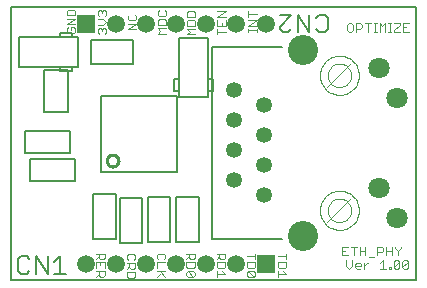
<source format=gbr>
G75*
G70*
%OFA0B0*%
%FSLAX24Y24*%
%IPPOS*%
%LPD*%
%AMOC8*
5,1,8,0,0,1.08239X$1,22.5*
%
%ADD10C,0.0059*%
%ADD11C,0.0080*%
%ADD12C,0.0040*%
%ADD13C,0.0050*%
%ADD14R,0.0591X0.0591*%
%ADD15C,0.0591*%
%ADD16C,0.0531*%
%ADD17C,0.0010*%
%ADD18C,0.0000*%
%ADD19C,0.0709*%
%ADD20C,0.1004*%
%ADD21C,0.0100*%
D10*
X000847Y001915D02*
X000847Y011015D01*
X014347Y011015D01*
X014347Y001915D01*
X000847Y001915D01*
X003583Y003300D02*
X003583Y004800D01*
X004333Y004800D01*
X004333Y003300D01*
X003583Y003300D01*
X004472Y003152D02*
X004472Y004652D01*
X005222Y004652D01*
X005222Y003152D01*
X004472Y003152D01*
X005409Y003177D02*
X005409Y004677D01*
X006159Y004677D01*
X006159Y003177D01*
X005409Y003177D01*
X006347Y003177D02*
X007097Y003177D01*
X007097Y004677D01*
X006347Y004677D01*
X006347Y003177D01*
X002972Y005215D02*
X002972Y005965D01*
X001472Y005965D01*
X001472Y005215D01*
X002972Y005215D01*
X002820Y006152D02*
X002820Y006902D01*
X001320Y006902D01*
X001320Y006152D01*
X002820Y006152D01*
X002749Y007520D02*
X001949Y007520D01*
X001949Y008920D01*
X002749Y008920D01*
X002749Y007520D01*
X003514Y009116D02*
X004914Y009116D01*
X004914Y009916D01*
X003514Y009916D01*
X003514Y009116D01*
D11*
X003858Y008048D02*
X003858Y005528D01*
X006378Y005528D01*
X006378Y008048D01*
X003858Y008048D01*
X007542Y009695D02*
X009892Y009695D01*
X009896Y010178D02*
X010090Y010178D01*
X010187Y010275D01*
X010407Y010178D02*
X010407Y010759D01*
X010794Y010178D01*
X010794Y010759D01*
X011015Y010662D02*
X011112Y010759D01*
X011305Y010759D01*
X011402Y010662D01*
X011402Y010275D01*
X011305Y010178D01*
X011112Y010178D01*
X011015Y010275D01*
X010187Y010759D02*
X009800Y010372D01*
X009800Y010275D01*
X009896Y010178D01*
X009800Y010759D02*
X010187Y010759D01*
X007542Y009695D02*
X007542Y003295D01*
X009892Y003295D01*
X002676Y002128D02*
X002289Y002128D01*
X002483Y002128D02*
X002483Y002708D01*
X002289Y002515D01*
X002068Y002708D02*
X002068Y002128D01*
X001681Y002708D01*
X001681Y002128D01*
X001461Y002225D02*
X001364Y002128D01*
X001170Y002128D01*
X001074Y002225D01*
X001074Y002612D01*
X001170Y002708D01*
X001364Y002708D01*
X001461Y002612D01*
D12*
X003686Y002619D02*
X003780Y002713D01*
X003780Y002666D02*
X003780Y002806D01*
X003686Y002806D02*
X003967Y002806D01*
X003967Y002666D01*
X003920Y002619D01*
X003827Y002619D01*
X003780Y002666D01*
X003827Y002512D02*
X003827Y002418D01*
X003967Y002325D02*
X003967Y002512D01*
X003686Y002512D01*
X003686Y002325D01*
X003686Y002217D02*
X003967Y002217D01*
X003967Y002077D01*
X003920Y002030D01*
X003827Y002030D01*
X003780Y002077D01*
X003780Y002217D01*
X003780Y002124D02*
X003686Y002030D01*
X004695Y002052D02*
X004742Y002005D01*
X004929Y002005D01*
X004976Y002052D01*
X004976Y002192D01*
X004695Y002192D01*
X004695Y002052D01*
X004695Y002300D02*
X004789Y002394D01*
X004789Y002347D02*
X004789Y002487D01*
X004695Y002487D02*
X004976Y002487D01*
X004976Y002347D01*
X004929Y002300D01*
X004835Y002300D01*
X004789Y002347D01*
X004742Y002595D02*
X004695Y002641D01*
X004695Y002735D01*
X004742Y002782D01*
X004929Y002782D01*
X004976Y002735D01*
X004976Y002641D01*
X004929Y002595D01*
X005704Y002666D02*
X005751Y002619D01*
X005704Y002666D02*
X005704Y002759D01*
X005751Y002806D01*
X005938Y002806D01*
X005984Y002759D01*
X005984Y002666D01*
X005938Y002619D01*
X005984Y002512D02*
X005704Y002512D01*
X005704Y002325D01*
X005704Y002217D02*
X005984Y002217D01*
X005844Y002170D02*
X005704Y002030D01*
X005798Y002217D02*
X005984Y002030D01*
X006688Y002077D02*
X006735Y002030D01*
X006922Y002030D01*
X006735Y002217D01*
X006688Y002170D01*
X006688Y002077D01*
X006735Y002217D02*
X006922Y002217D01*
X006969Y002170D01*
X006969Y002077D01*
X006922Y002030D01*
X006922Y002325D02*
X006735Y002325D01*
X006688Y002371D01*
X006688Y002512D01*
X006969Y002512D01*
X006969Y002371D01*
X006922Y002325D01*
X006922Y002619D02*
X006829Y002619D01*
X006782Y002666D01*
X006782Y002806D01*
X006782Y002713D02*
X006688Y002619D01*
X006688Y002806D02*
X006969Y002806D01*
X006969Y002666D01*
X006922Y002619D01*
X007697Y002619D02*
X007791Y002713D01*
X007791Y002666D02*
X007791Y002806D01*
X007697Y002806D02*
X007978Y002806D01*
X007978Y002666D01*
X007931Y002619D01*
X007837Y002619D01*
X007791Y002666D01*
X007697Y002512D02*
X007697Y002371D01*
X007744Y002325D01*
X007931Y002325D01*
X007978Y002371D01*
X007978Y002512D01*
X007697Y002512D01*
X007697Y002217D02*
X007697Y002030D01*
X007697Y002124D02*
X007978Y002124D01*
X007884Y002217D01*
X008706Y002170D02*
X008753Y002217D01*
X008940Y002030D01*
X008753Y002030D01*
X008706Y002077D01*
X008706Y002170D01*
X008753Y002217D02*
X008940Y002217D01*
X008986Y002170D01*
X008986Y002077D01*
X008940Y002030D01*
X008940Y002325D02*
X008753Y002325D01*
X008706Y002371D01*
X008706Y002512D01*
X008986Y002512D01*
X008986Y002371D01*
X008940Y002325D01*
X008986Y002619D02*
X008986Y002806D01*
X008986Y002713D02*
X008706Y002713D01*
X009740Y002713D02*
X010020Y002713D01*
X010020Y002806D02*
X010020Y002619D01*
X010020Y002512D02*
X010020Y002371D01*
X009973Y002325D01*
X009786Y002325D01*
X009740Y002371D01*
X009740Y002512D01*
X010020Y002512D01*
X009926Y002217D02*
X010020Y002124D01*
X009740Y002124D01*
X009740Y002217D02*
X009740Y002030D01*
X011880Y002748D02*
X012067Y002748D01*
X011974Y002888D02*
X011880Y002888D01*
X011880Y003028D02*
X011880Y002748D01*
X012028Y002585D02*
X012028Y002398D01*
X012121Y002305D01*
X012215Y002398D01*
X012215Y002585D01*
X012323Y002445D02*
X012369Y002492D01*
X012463Y002492D01*
X012509Y002445D01*
X012509Y002398D01*
X012323Y002398D01*
X012323Y002352D02*
X012323Y002445D01*
X012323Y002352D02*
X012369Y002305D01*
X012463Y002305D01*
X012617Y002305D02*
X012617Y002492D01*
X012617Y002398D02*
X012711Y002492D01*
X012757Y002492D01*
X012764Y002701D02*
X012951Y002701D01*
X013059Y002748D02*
X013059Y003028D01*
X013199Y003028D01*
X013246Y002981D01*
X013246Y002888D01*
X013199Y002841D01*
X013059Y002841D01*
X013354Y002888D02*
X013540Y002888D01*
X013540Y003028D02*
X013540Y002748D01*
X013742Y002748D02*
X013742Y002888D01*
X013835Y002981D01*
X013835Y003028D01*
X013742Y002888D02*
X013648Y002981D01*
X013648Y003028D01*
X013354Y003028D02*
X013354Y002748D01*
X013251Y002585D02*
X013157Y002492D01*
X013251Y002585D02*
X013251Y002305D01*
X013344Y002305D02*
X013157Y002305D01*
X013452Y002305D02*
X013499Y002305D01*
X013499Y002352D01*
X013452Y002352D01*
X013452Y002305D01*
X013599Y002352D02*
X013786Y002538D01*
X013786Y002352D01*
X013740Y002305D01*
X013646Y002305D01*
X013599Y002352D01*
X013599Y002538D01*
X013646Y002585D01*
X013740Y002585D01*
X013786Y002538D01*
X013894Y002538D02*
X013894Y002352D01*
X014081Y002538D01*
X014081Y002352D01*
X014034Y002305D01*
X013941Y002305D01*
X013894Y002352D01*
X013894Y002538D02*
X013941Y002585D01*
X014034Y002585D01*
X014081Y002538D01*
X012656Y002748D02*
X012656Y003028D01*
X012656Y002888D02*
X012470Y002888D01*
X012470Y002748D02*
X012470Y003028D01*
X012362Y003028D02*
X012175Y003028D01*
X012268Y003028D02*
X012268Y002748D01*
X012067Y003028D02*
X011880Y003028D01*
X012099Y010203D02*
X012193Y010203D01*
X012239Y010250D01*
X012239Y010437D01*
X012193Y010484D01*
X012099Y010484D01*
X012053Y010437D01*
X012053Y010250D01*
X012099Y010203D01*
X012347Y010203D02*
X012347Y010484D01*
X012487Y010484D01*
X012534Y010437D01*
X012534Y010344D01*
X012487Y010297D01*
X012347Y010297D01*
X012642Y010484D02*
X012829Y010484D01*
X012735Y010484D02*
X012735Y010203D01*
X012937Y010203D02*
X013030Y010203D01*
X012983Y010203D02*
X012983Y010484D01*
X012937Y010484D02*
X013030Y010484D01*
X013133Y010484D02*
X013226Y010390D01*
X013320Y010484D01*
X013320Y010203D01*
X013428Y010203D02*
X013521Y010203D01*
X013474Y010203D02*
X013474Y010484D01*
X013428Y010484D02*
X013521Y010484D01*
X013624Y010484D02*
X013811Y010484D01*
X013811Y010437D01*
X013624Y010250D01*
X013624Y010203D01*
X013811Y010203D01*
X013919Y010203D02*
X014106Y010203D01*
X013919Y010203D02*
X013919Y010484D01*
X014106Y010484D01*
X014012Y010344D02*
X013919Y010344D01*
X013133Y010203D02*
X013133Y010484D01*
X009035Y010402D02*
X008755Y010402D01*
X009035Y010588D01*
X008755Y010588D01*
X008755Y010696D02*
X008755Y010883D01*
X008755Y010790D02*
X009035Y010790D01*
X009035Y010299D02*
X009035Y010205D01*
X009035Y010252D02*
X008755Y010252D01*
X008755Y010205D02*
X008755Y010299D01*
X008002Y010200D02*
X007722Y010200D01*
X007722Y010107D02*
X007722Y010294D01*
X007722Y010402D02*
X008002Y010402D01*
X008002Y010588D01*
X008002Y010696D02*
X007722Y010696D01*
X008002Y010883D01*
X007722Y010883D01*
X007722Y010588D02*
X007722Y010402D01*
X007862Y010402D02*
X007862Y010495D01*
X006993Y010542D02*
X006993Y010402D01*
X006713Y010402D01*
X006713Y010542D01*
X006760Y010588D01*
X006946Y010588D01*
X006993Y010542D01*
X006993Y010696D02*
X006713Y010696D01*
X006713Y010836D01*
X006760Y010883D01*
X006946Y010883D01*
X006993Y010836D01*
X006993Y010696D01*
X006993Y010294D02*
X006713Y010294D01*
X006806Y010200D01*
X006713Y010107D01*
X006993Y010107D01*
X006009Y010132D02*
X005729Y010132D01*
X005822Y010225D01*
X005729Y010318D01*
X006009Y010318D01*
X006009Y010426D02*
X005729Y010426D01*
X005729Y010566D01*
X005775Y010613D01*
X005962Y010613D01*
X006009Y010566D01*
X006009Y010426D01*
X005962Y010721D02*
X005775Y010721D01*
X005729Y010768D01*
X005729Y010861D01*
X005775Y010908D01*
X005962Y010908D02*
X006009Y010861D01*
X006009Y010768D01*
X005962Y010721D01*
X005027Y010720D02*
X004980Y010766D01*
X005027Y010720D02*
X005027Y010626D01*
X004980Y010580D01*
X004793Y010580D01*
X004746Y010626D01*
X004746Y010720D01*
X004793Y010766D01*
X004746Y010472D02*
X005027Y010472D01*
X004746Y010285D01*
X005027Y010285D01*
X004016Y010272D02*
X004016Y010178D01*
X003969Y010132D01*
X003876Y010225D02*
X003876Y010272D01*
X003922Y010318D01*
X003969Y010318D01*
X004016Y010272D01*
X003876Y010272D02*
X003829Y010318D01*
X003782Y010318D01*
X003735Y010272D01*
X003735Y010178D01*
X003782Y010132D01*
X003735Y010426D02*
X003922Y010426D01*
X004016Y010520D01*
X003922Y010613D01*
X003735Y010613D01*
X003782Y010721D02*
X003735Y010768D01*
X003735Y010861D01*
X003782Y010908D01*
X003829Y010908D01*
X003876Y010861D01*
X003922Y010908D01*
X003969Y010908D01*
X004016Y010861D01*
X004016Y010768D01*
X003969Y010721D01*
X003876Y010814D02*
X003876Y010861D01*
X002982Y010885D02*
X002982Y010745D01*
X002702Y010745D01*
X002702Y010885D01*
X002749Y010931D01*
X002936Y010931D01*
X002982Y010885D01*
X002982Y010637D02*
X002702Y010637D01*
X002702Y010450D02*
X002982Y010637D01*
X002982Y010450D02*
X002702Y010450D01*
X002749Y010342D02*
X002702Y010295D01*
X002702Y010202D01*
X002749Y010155D01*
X002936Y010155D01*
X002982Y010202D01*
X002982Y010295D01*
X002936Y010342D01*
X002842Y010342D01*
X002842Y010249D01*
D13*
X002875Y010167D02*
X002482Y010167D01*
X002482Y010019D01*
X002875Y010019D01*
X002875Y010167D01*
X002875Y010019D02*
X003072Y010019D01*
X003072Y009035D01*
X002875Y009035D01*
X002875Y008887D01*
X002482Y008887D01*
X002482Y009035D01*
X001104Y009035D01*
X001104Y010019D01*
X002482Y010019D01*
X002482Y009035D02*
X002875Y009035D01*
X006294Y008622D02*
X006294Y008229D01*
X006442Y008229D01*
X006442Y008032D01*
X007426Y008032D01*
X007426Y008229D01*
X007573Y008229D01*
X007573Y008622D01*
X007426Y008622D01*
X007426Y008229D01*
X007426Y008622D02*
X007426Y010000D01*
X006442Y010000D01*
X006442Y008622D01*
X006294Y008622D01*
X006442Y008622D02*
X006442Y008229D01*
D14*
X003347Y010465D03*
X009347Y002465D03*
D15*
X008347Y002465D03*
X007347Y002465D03*
X006347Y002465D03*
X005347Y002465D03*
X004347Y002465D03*
X003347Y002465D03*
X004347Y010465D03*
X005347Y010465D03*
X006347Y010465D03*
X007347Y010465D03*
X008347Y010465D03*
X009347Y010465D03*
D16*
X008292Y008245D03*
X008292Y007245D03*
X009292Y006745D03*
X009292Y007745D03*
X008292Y006245D03*
X009292Y005745D03*
X008292Y005245D03*
X009292Y004745D03*
D17*
X011402Y004245D02*
X011404Y004284D01*
X011410Y004324D01*
X011420Y004362D01*
X011434Y004399D01*
X011451Y004434D01*
X011472Y004468D01*
X011496Y004499D01*
X011523Y004528D01*
X011553Y004553D01*
X011586Y004576D01*
X011620Y004595D01*
X011657Y004611D01*
X011694Y004623D01*
X011733Y004631D01*
X011772Y004634D01*
X011812Y004634D01*
X011851Y004631D01*
X011890Y004623D01*
X011927Y004611D01*
X011964Y004595D01*
X011998Y004576D01*
X012031Y004553D01*
X012061Y004528D01*
X012088Y004499D01*
X012112Y004468D01*
X012133Y004434D01*
X012150Y004399D01*
X012164Y004362D01*
X012174Y004324D01*
X012180Y004284D01*
X012182Y004245D01*
X012180Y004206D01*
X012174Y004166D01*
X012164Y004128D01*
X012150Y004091D01*
X012133Y004056D01*
X012112Y004022D01*
X012088Y003991D01*
X012061Y003962D01*
X012031Y003937D01*
X011998Y003914D01*
X011964Y003895D01*
X011927Y003879D01*
X011890Y003867D01*
X011851Y003859D01*
X011812Y003856D01*
X011772Y003856D01*
X011733Y003859D01*
X011694Y003867D01*
X011657Y003879D01*
X011620Y003895D01*
X011586Y003914D01*
X011553Y003937D01*
X011523Y003962D01*
X011496Y003991D01*
X011472Y004022D01*
X011451Y004056D01*
X011434Y004091D01*
X011420Y004128D01*
X011410Y004166D01*
X011404Y004206D01*
X011402Y004245D01*
X011392Y003845D02*
X012192Y004645D01*
X011402Y008745D02*
X011404Y008784D01*
X011410Y008824D01*
X011420Y008862D01*
X011434Y008899D01*
X011451Y008934D01*
X011472Y008968D01*
X011496Y008999D01*
X011523Y009028D01*
X011553Y009053D01*
X011586Y009076D01*
X011620Y009095D01*
X011657Y009111D01*
X011694Y009123D01*
X011733Y009131D01*
X011772Y009134D01*
X011812Y009134D01*
X011851Y009131D01*
X011890Y009123D01*
X011927Y009111D01*
X011964Y009095D01*
X011998Y009076D01*
X012031Y009053D01*
X012061Y009028D01*
X012088Y008999D01*
X012112Y008968D01*
X012133Y008934D01*
X012150Y008899D01*
X012164Y008862D01*
X012174Y008824D01*
X012180Y008784D01*
X012182Y008745D01*
X012180Y008706D01*
X012174Y008666D01*
X012164Y008628D01*
X012150Y008591D01*
X012133Y008556D01*
X012112Y008522D01*
X012088Y008491D01*
X012061Y008462D01*
X012031Y008437D01*
X011998Y008414D01*
X011964Y008395D01*
X011927Y008379D01*
X011890Y008367D01*
X011851Y008359D01*
X011812Y008356D01*
X011772Y008356D01*
X011733Y008359D01*
X011694Y008367D01*
X011657Y008379D01*
X011620Y008395D01*
X011586Y008414D01*
X011553Y008437D01*
X011523Y008462D01*
X011496Y008491D01*
X011472Y008522D01*
X011451Y008556D01*
X011434Y008591D01*
X011420Y008628D01*
X011410Y008666D01*
X011404Y008706D01*
X011402Y008745D01*
X011392Y008345D02*
X012192Y009145D01*
D18*
X011142Y008745D02*
X011145Y008804D01*
X011153Y008863D01*
X011166Y008920D01*
X011185Y008977D01*
X011208Y009031D01*
X011237Y009083D01*
X011270Y009132D01*
X011307Y009178D01*
X011348Y009220D01*
X011393Y009258D01*
X011442Y009293D01*
X011493Y009322D01*
X011547Y009347D01*
X011602Y009367D01*
X011660Y009381D01*
X011718Y009391D01*
X011777Y009395D01*
X011836Y009393D01*
X011895Y009387D01*
X011953Y009375D01*
X012010Y009357D01*
X012064Y009335D01*
X012117Y009308D01*
X012167Y009276D01*
X012214Y009240D01*
X012257Y009199D01*
X012296Y009155D01*
X012331Y009108D01*
X012362Y009057D01*
X012388Y009004D01*
X012409Y008949D01*
X012425Y008892D01*
X012436Y008834D01*
X012441Y008775D01*
X012441Y008715D01*
X012436Y008656D01*
X012425Y008598D01*
X012409Y008541D01*
X012388Y008486D01*
X012362Y008433D01*
X012331Y008382D01*
X012296Y008335D01*
X012257Y008291D01*
X012214Y008250D01*
X012167Y008214D01*
X012117Y008182D01*
X012064Y008155D01*
X012010Y008133D01*
X011953Y008115D01*
X011895Y008103D01*
X011836Y008097D01*
X011777Y008095D01*
X011718Y008099D01*
X011660Y008109D01*
X011602Y008123D01*
X011547Y008143D01*
X011493Y008168D01*
X011442Y008197D01*
X011393Y008232D01*
X011348Y008270D01*
X011307Y008312D01*
X011270Y008358D01*
X011237Y008407D01*
X011208Y008459D01*
X011185Y008513D01*
X011166Y008570D01*
X011153Y008627D01*
X011145Y008686D01*
X011142Y008745D01*
X011142Y004245D02*
X011145Y004304D01*
X011153Y004363D01*
X011166Y004420D01*
X011185Y004477D01*
X011208Y004531D01*
X011237Y004583D01*
X011270Y004632D01*
X011307Y004678D01*
X011348Y004720D01*
X011393Y004758D01*
X011442Y004793D01*
X011493Y004822D01*
X011547Y004847D01*
X011602Y004867D01*
X011660Y004881D01*
X011718Y004891D01*
X011777Y004895D01*
X011836Y004893D01*
X011895Y004887D01*
X011953Y004875D01*
X012010Y004857D01*
X012064Y004835D01*
X012117Y004808D01*
X012167Y004776D01*
X012214Y004740D01*
X012257Y004699D01*
X012296Y004655D01*
X012331Y004608D01*
X012362Y004557D01*
X012388Y004504D01*
X012409Y004449D01*
X012425Y004392D01*
X012436Y004334D01*
X012441Y004275D01*
X012441Y004215D01*
X012436Y004156D01*
X012425Y004098D01*
X012409Y004041D01*
X012388Y003986D01*
X012362Y003933D01*
X012331Y003882D01*
X012296Y003835D01*
X012257Y003791D01*
X012214Y003750D01*
X012167Y003714D01*
X012117Y003682D01*
X012064Y003655D01*
X012010Y003633D01*
X011953Y003615D01*
X011895Y003603D01*
X011836Y003597D01*
X011777Y003595D01*
X011718Y003599D01*
X011660Y003609D01*
X011602Y003623D01*
X011547Y003643D01*
X011493Y003668D01*
X011442Y003697D01*
X011393Y003732D01*
X011348Y003770D01*
X011307Y003812D01*
X011270Y003858D01*
X011237Y003907D01*
X011208Y003959D01*
X011185Y004013D01*
X011166Y004070D01*
X011153Y004127D01*
X011145Y004186D01*
X011142Y004245D01*
D19*
X013122Y005005D03*
X013722Y004005D03*
X013722Y007985D03*
X013122Y008985D03*
D20*
X010592Y009595D03*
X010592Y003395D03*
D21*
X004035Y005902D02*
X004037Y005930D01*
X004043Y005958D01*
X004053Y005984D01*
X004066Y006009D01*
X004083Y006031D01*
X004103Y006051D01*
X004125Y006068D01*
X004150Y006081D01*
X004176Y006091D01*
X004204Y006097D01*
X004232Y006099D01*
X004260Y006097D01*
X004288Y006091D01*
X004314Y006081D01*
X004339Y006068D01*
X004361Y006051D01*
X004381Y006031D01*
X004398Y006009D01*
X004411Y005984D01*
X004421Y005958D01*
X004427Y005930D01*
X004429Y005902D01*
X004427Y005874D01*
X004421Y005846D01*
X004411Y005820D01*
X004398Y005795D01*
X004381Y005773D01*
X004361Y005753D01*
X004339Y005736D01*
X004314Y005723D01*
X004288Y005713D01*
X004260Y005707D01*
X004232Y005705D01*
X004204Y005707D01*
X004176Y005713D01*
X004150Y005723D01*
X004125Y005736D01*
X004103Y005753D01*
X004083Y005773D01*
X004066Y005795D01*
X004053Y005820D01*
X004043Y005846D01*
X004037Y005874D01*
X004035Y005902D01*
M02*

</source>
